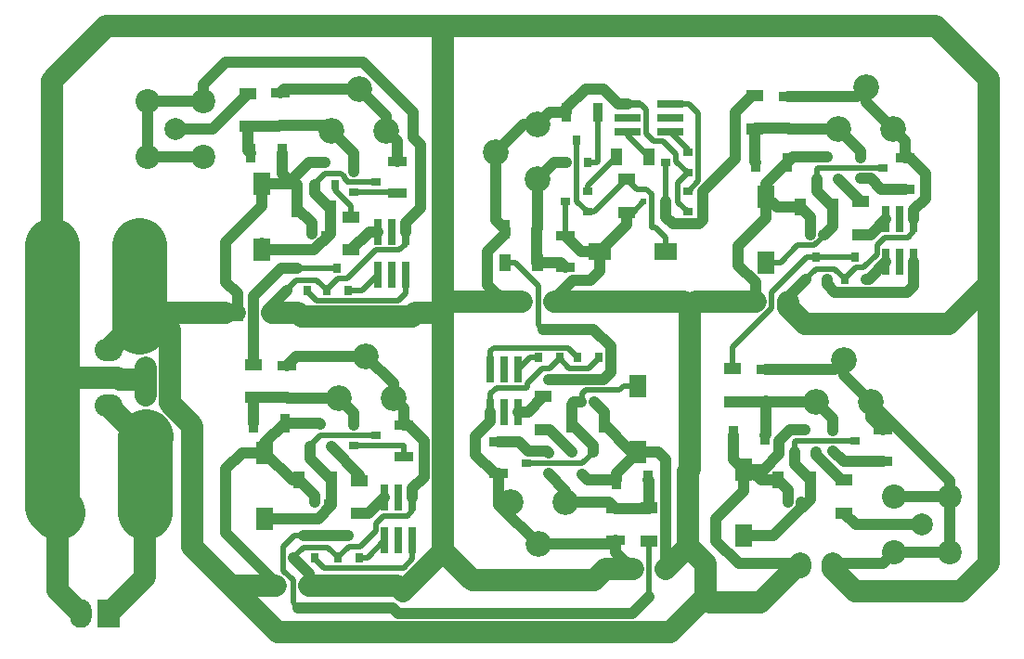
<source format=gbr>
G04 #@! TF.GenerationSoftware,KiCad,Pcbnew,5.0.2-bee76a0~70~ubuntu18.04.1*
G04 #@! TF.CreationDate,2020-04-26T17:32:35+02:00*
G04 #@! TF.ProjectId,ref_multiplier,7265665f-6d75-46c7-9469-706c6965722e,rev?*
G04 #@! TF.SameCoordinates,PX354a940PYa990340*
G04 #@! TF.FileFunction,Copper,L1,Top*
G04 #@! TF.FilePolarity,Positive*
%FSLAX46Y46*%
G04 Gerber Fmt 4.6, Leading zero omitted, Abs format (unit mm)*
G04 Created by KiCad (PCBNEW 5.0.2-bee76a0~70~ubuntu18.04.1) date sön 26 apr 2020 17:32:35*
%MOMM*%
%LPD*%
G01*
G04 APERTURE LIST*
G04 #@! TA.AperFunction,SMDPad,CuDef*
%ADD10R,1.600000X1.000000*%
G04 #@! TD*
G04 #@! TA.AperFunction,SMDPad,CuDef*
%ADD11R,4.000000X2.500000*%
G04 #@! TD*
G04 #@! TA.AperFunction,SMDPad,CuDef*
%ADD12R,1.000000X1.600000*%
G04 #@! TD*
G04 #@! TA.AperFunction,SMDPad,CuDef*
%ADD13R,1.600000X2.000000*%
G04 #@! TD*
G04 #@! TA.AperFunction,SMDPad,CuDef*
%ADD14R,2.000000X1.600000*%
G04 #@! TD*
G04 #@! TA.AperFunction,SMDPad,CuDef*
%ADD15R,0.800000X0.900000*%
G04 #@! TD*
G04 #@! TA.AperFunction,SMDPad,CuDef*
%ADD16R,0.900000X0.800000*%
G04 #@! TD*
G04 #@! TA.AperFunction,ComponentPad*
%ADD17C,2.200000*%
G04 #@! TD*
G04 #@! TA.AperFunction,ComponentPad*
%ADD18C,2.000000*%
G04 #@! TD*
G04 #@! TA.AperFunction,ComponentPad*
%ADD19O,2.000000X2.600000*%
G04 #@! TD*
G04 #@! TA.AperFunction,ComponentPad*
%ADD20R,2.000000X2.600000*%
G04 #@! TD*
G04 #@! TA.AperFunction,SMDPad,CuDef*
%ADD21R,0.600000X0.500000*%
G04 #@! TD*
G04 #@! TA.AperFunction,SMDPad,CuDef*
%ADD22R,0.500000X0.600000*%
G04 #@! TD*
G04 #@! TA.AperFunction,SMDPad,CuDef*
%ADD23R,0.900000X1.700000*%
G04 #@! TD*
G04 #@! TA.AperFunction,SMDPad,CuDef*
%ADD24R,1.700000X0.900000*%
G04 #@! TD*
G04 #@! TA.AperFunction,ComponentPad*
%ADD25C,2.340000*%
G04 #@! TD*
G04 #@! TA.AperFunction,ComponentPad*
%ADD26O,2.540000X2.032000*%
G04 #@! TD*
G04 #@! TA.AperFunction,SMDPad,CuDef*
%ADD27R,0.740000X2.400000*%
G04 #@! TD*
G04 #@! TA.AperFunction,SMDPad,CuDef*
%ADD28R,2.400000X0.740000*%
G04 #@! TD*
G04 #@! TA.AperFunction,Conductor*
%ADD29C,1.000000*%
G04 #@! TD*
G04 #@! TA.AperFunction,Conductor*
%ADD30C,0.500000*%
G04 #@! TD*
G04 #@! TA.AperFunction,Conductor*
%ADD31C,2.000000*%
G04 #@! TD*
G04 #@! TA.AperFunction,Conductor*
%ADD32C,5.000000*%
G04 #@! TD*
G04 #@! TA.AperFunction,Conductor*
%ADD33C,1.500000*%
G04 #@! TD*
G04 APERTURE END LIST*
D10*
G04 #@! TO.P,C1,1*
G04 #@! TO.N,Net-(C1-Pad1)*
X57912000Y15216000D03*
G04 #@! TO.P,C1,2*
G04 #@! TO.N,/40MHz*
X57912000Y12216000D03*
G04 #@! TD*
G04 #@! TO.P,C2,2*
G04 #@! TO.N,/10MHz*
X21336000Y53038000D03*
G04 #@! TO.P,C2,1*
G04 #@! TO.N,Net-(C2-Pad1)*
X21336000Y50038000D03*
G04 #@! TD*
D11*
G04 #@! TO.P,C3,2*
G04 #@! TO.N,GND*
X3937650Y14794629D03*
G04 #@! TO.P,C3,1*
G04 #@! TO.N,Net-(C3-Pad1)*
X11937650Y14794629D03*
G04 #@! TD*
D10*
G04 #@! TO.P,C4,2*
G04 #@! TO.N,/160MHz*
X67564000Y52808000D03*
G04 #@! TO.P,C4,1*
G04 #@! TO.N,Net-(C4-Pad1)*
X67564000Y49808000D03*
G04 #@! TD*
G04 #@! TO.P,C5,2*
G04 #@! TO.N,GND*
X12001650Y25462629D03*
G04 #@! TO.P,C5,1*
G04 #@! TO.N,Net-(C3-Pad1)*
X12001650Y22462629D03*
G04 #@! TD*
D12*
G04 #@! TO.P,C6,2*
G04 #@! TO.N,Net-(C6-Pad2)*
X50824000Y22860000D03*
G04 #@! TO.P,C6,1*
G04 #@! TO.N,+5V*
X53824000Y22860000D03*
G04 #@! TD*
G04 #@! TO.P,C7,2*
G04 #@! TO.N,Net-(C10-Pad2)*
X28805000Y42545000D03*
G04 #@! TO.P,C7,1*
G04 #@! TO.N,+5V*
X25805000Y42545000D03*
G04 #@! TD*
D13*
G04 #@! TO.P,C8,2*
G04 #@! TO.N,Net-(C6-Pad2)*
X56896000Y26368000D03*
G04 #@! TO.P,C8,1*
G04 #@! TO.N,+5V*
X56896000Y20368000D03*
G04 #@! TD*
D10*
G04 #@! TO.P,C9,1*
G04 #@! TO.N,+5V*
X12001650Y31050629D03*
G04 #@! TO.P,C9,2*
G04 #@! TO.N,GND*
X12001650Y28050629D03*
G04 #@! TD*
D13*
G04 #@! TO.P,C10,2*
G04 #@! TO.N,Net-(C10-Pad2)*
X22606000Y38783000D03*
G04 #@! TO.P,C10,1*
G04 #@! TO.N,+5V*
X22606000Y44783000D03*
G04 #@! TD*
D12*
G04 #@! TO.P,C11,1*
G04 #@! TO.N,+5V*
X71652000Y42672000D03*
G04 #@! TO.P,C11,2*
G04 #@! TO.N,Net-(C11-Pad2)*
X74652000Y42672000D03*
G04 #@! TD*
D11*
G04 #@! TO.P,C12,1*
G04 #@! TO.N,+5V*
X11429650Y39178629D03*
G04 #@! TO.P,C12,2*
G04 #@! TO.N,GND*
X3429650Y39178629D03*
G04 #@! TD*
D13*
G04 #@! TO.P,C13,1*
G04 #@! TO.N,+5V*
X68580000Y43640000D03*
G04 #@! TO.P,C13,2*
G04 #@! TO.N,Net-(C11-Pad2)*
X68580000Y37640000D03*
G04 #@! TD*
D10*
G04 #@! TO.P,C14,2*
G04 #@! TO.N,Net-(C14-Pad2)*
X48260000Y22376000D03*
G04 #@! TO.P,C14,1*
G04 #@! TO.N,Net-(C14-Pad1)*
X48260000Y25376000D03*
G04 #@! TD*
G04 #@! TO.P,C15,1*
G04 #@! TO.N,Net-(C15-Pad1)*
X30734000Y38759000D03*
G04 #@! TO.P,C15,2*
G04 #@! TO.N,Net-(C15-Pad2)*
X30734000Y41759000D03*
G04 #@! TD*
G04 #@! TO.P,C16,1*
G04 #@! TO.N,Net-(C16-Pad1)*
X77216000Y40156000D03*
G04 #@! TO.P,C16,2*
G04 #@! TO.N,Net-(C16-Pad2)*
X77216000Y43156000D03*
G04 #@! TD*
D12*
G04 #@! TO.P,C17,1*
G04 #@! TO.N,Net-(C17-Pad1)*
X47728000Y37592000D03*
G04 #@! TO.P,C17,2*
G04 #@! TO.N,/80MHz*
X44728000Y37592000D03*
G04 #@! TD*
D10*
G04 #@! TO.P,C18,2*
G04 #@! TO.N,/20MHz*
X21844000Y28297000D03*
G04 #@! TO.P,C18,1*
G04 #@! TO.N,Net-(C18-Pad1)*
X21844000Y25297000D03*
G04 #@! TD*
G04 #@! TO.P,C19,1*
G04 #@! TO.N,Net-(C19-Pad1)*
X65532000Y24916000D03*
G04 #@! TO.P,C19,2*
G04 #@! TO.N,/320MHz*
X65532000Y27916000D03*
G04 #@! TD*
G04 #@! TO.P,C20,1*
G04 #@! TO.N,+5V*
X55880000Y42188000D03*
G04 #@! TO.P,C20,2*
G04 #@! TO.N,Net-(C20-Pad2)*
X55880000Y45188000D03*
G04 #@! TD*
D12*
G04 #@! TO.P,C21,2*
G04 #@! TO.N,Net-(C21-Pad2)*
X28932000Y17780000D03*
G04 #@! TO.P,C21,1*
G04 #@! TO.N,+5V*
X25932000Y17780000D03*
G04 #@! TD*
D14*
G04 #@! TO.P,C22,1*
G04 #@! TO.N,+5V*
X53388000Y38608000D03*
G04 #@! TO.P,C22,2*
G04 #@! TO.N,Net-(C20-Pad2)*
X59388000Y38608000D03*
G04 #@! TD*
D13*
G04 #@! TO.P,C23,2*
G04 #@! TO.N,Net-(C21-Pad2)*
X22860000Y14272000D03*
G04 #@! TO.P,C23,1*
G04 #@! TO.N,+5V*
X22860000Y20272000D03*
G04 #@! TD*
D12*
G04 #@! TO.P,C24,2*
G04 #@! TO.N,Net-(C24-Pad2)*
X54888000Y47244000D03*
G04 #@! TO.P,C24,1*
G04 #@! TO.N,Net-(C24-Pad1)*
X57888000Y47244000D03*
G04 #@! TD*
G04 #@! TO.P,C25,1*
G04 #@! TO.N,+5V*
X69620000Y17780000D03*
G04 #@! TO.P,C25,2*
G04 #@! TO.N,Net-(C25-Pad2)*
X72620000Y17780000D03*
G04 #@! TD*
D10*
G04 #@! TO.P,C26,1*
G04 #@! TO.N,Net-(C26-Pad1)*
X31496000Y14732000D03*
G04 #@! TO.P,C26,2*
G04 #@! TO.N,Net-(C26-Pad2)*
X31496000Y17732000D03*
G04 #@! TD*
D13*
G04 #@! TO.P,C27,1*
G04 #@! TO.N,+5V*
X66548000Y18748000D03*
G04 #@! TO.P,C27,2*
G04 #@! TO.N,Net-(C25-Pad2)*
X66548000Y12748000D03*
G04 #@! TD*
D10*
G04 #@! TO.P,C28,2*
G04 #@! TO.N,Net-(C28-Pad2)*
X75692000Y17756000D03*
G04 #@! TO.P,C28,1*
G04 #@! TO.N,Net-(C28-Pad1)*
X75692000Y14756000D03*
G04 #@! TD*
D15*
G04 #@! TO.P,D1,3*
G04 #@! TO.N,/80MHz*
X48768000Y26940000D03*
G04 #@! TO.P,D1,2*
G04 #@! TO.N,Net-(D1-Pad2)*
X47818000Y28940000D03*
G04 #@! TO.P,D1,1*
G04 #@! TO.N,GND*
X49718000Y28940000D03*
G04 #@! TD*
G04 #@! TO.P,D2,1*
G04 #@! TO.N,GND*
X53274000Y28940000D03*
G04 #@! TO.P,D2,2*
G04 #@! TO.N,Net-(D2-Pad2)*
X51374000Y28940000D03*
G04 #@! TO.P,D2,3*
G04 #@! TO.N,/80MHz*
X52324000Y26940000D03*
G04 #@! TD*
G04 #@! TO.P,D3,3*
G04 #@! TO.N,/20MHz*
X29464000Y37068000D03*
G04 #@! TO.P,D3,2*
G04 #@! TO.N,Net-(D3-Pad2)*
X30414000Y35068000D03*
G04 #@! TO.P,D3,1*
G04 #@! TO.N,GND*
X28514000Y35068000D03*
G04 #@! TD*
G04 #@! TO.P,D4,1*
G04 #@! TO.N,GND*
X24831000Y35068000D03*
G04 #@! TO.P,D4,2*
G04 #@! TO.N,Net-(D4-Pad2)*
X26731000Y35068000D03*
G04 #@! TO.P,D4,3*
G04 #@! TO.N,/20MHz*
X25781000Y37068000D03*
G04 #@! TD*
G04 #@! TO.P,D5,3*
G04 #@! TO.N,/320MHz*
X76708000Y38084000D03*
G04 #@! TO.P,D5,2*
G04 #@! TO.N,Net-(D5-Pad2)*
X77658000Y36084000D03*
G04 #@! TO.P,D5,1*
G04 #@! TO.N,GND*
X75758000Y36084000D03*
G04 #@! TD*
G04 #@! TO.P,D6,1*
G04 #@! TO.N,GND*
X72202000Y36084000D03*
G04 #@! TO.P,D6,2*
G04 #@! TO.N,Net-(D6-Pad2)*
X74102000Y36084000D03*
G04 #@! TO.P,D6,3*
G04 #@! TO.N,/320MHz*
X73152000Y38084000D03*
G04 #@! TD*
D16*
G04 #@! TO.P,D7,3*
G04 #@! TO.N,/160MHz*
X59452000Y46736000D03*
G04 #@! TO.P,D7,2*
G04 #@! TO.N,Net-(D7-Pad2)*
X61452000Y47686000D03*
G04 #@! TO.P,D7,1*
G04 #@! TO.N,GND*
X61452000Y45786000D03*
G04 #@! TD*
G04 #@! TO.P,D8,3*
G04 #@! TO.N,/160MHz*
X59452000Y43180000D03*
G04 #@! TO.P,D8,2*
G04 #@! TO.N,Net-(D8-Pad2)*
X61452000Y44130000D03*
G04 #@! TO.P,D8,1*
G04 #@! TO.N,GND*
X61452000Y42230000D03*
G04 #@! TD*
D15*
G04 #@! TO.P,D9,1*
G04 #@! TO.N,GND*
X29530000Y10684000D03*
G04 #@! TO.P,D9,2*
G04 #@! TO.N,Net-(D9-Pad2)*
X31430000Y10684000D03*
G04 #@! TO.P,D9,3*
G04 #@! TO.N,/40MHz*
X30480000Y12684000D03*
G04 #@! TD*
G04 #@! TO.P,D10,3*
G04 #@! TO.N,/40MHz*
X26416000Y12684000D03*
G04 #@! TO.P,D10,2*
G04 #@! TO.N,Net-(D10-Pad2)*
X27366000Y10684000D03*
G04 #@! TO.P,D10,1*
G04 #@! TO.N,GND*
X25466000Y10684000D03*
G04 #@! TD*
D17*
G04 #@! TO.P,J1,2*
G04 #@! TO.N,GND*
X12192000Y47244000D03*
X12192000Y52324000D03*
X17272000Y52324000D03*
X17272000Y47244000D03*
D18*
G04 #@! TO.P,J1,1*
G04 #@! TO.N,/10MHz*
X14732000Y49784000D03*
G04 #@! TD*
D19*
G04 #@! TO.P,J2,2*
G04 #@! TO.N,GND*
X6096000Y5588000D03*
D20*
G04 #@! TO.P,J2,1*
G04 #@! TO.N,Net-(C3-Pad1)*
X8636000Y5588000D03*
G04 #@! TD*
D18*
G04 #@! TO.P,J3,1*
G04 #@! TO.N,Net-(C28-Pad1)*
X82804000Y13716000D03*
D17*
G04 #@! TO.P,J3,2*
G04 #@! TO.N,GND*
X80264000Y11176000D03*
X85344000Y11176000D03*
X85344000Y16256000D03*
X80264000Y16256000D03*
G04 #@! TD*
D21*
G04 #@! TO.P,L1,2*
G04 #@! TO.N,Net-(C6-Pad2)*
X51774000Y24892000D03*
G04 #@! TO.P,L1,1*
G04 #@! TO.N,+5V*
X52874000Y24892000D03*
G04 #@! TD*
G04 #@! TO.P,L2,1*
G04 #@! TO.N,+5V*
X27136000Y40259000D03*
G04 #@! TO.P,L2,2*
G04 #@! TO.N,Net-(C10-Pad2)*
X28236000Y40259000D03*
G04 #@! TD*
G04 #@! TO.P,L3,1*
G04 #@! TO.N,+5V*
X72602000Y40132000D03*
G04 #@! TO.P,L3,2*
G04 #@! TO.N,Net-(C11-Pad2)*
X73702000Y40132000D03*
G04 #@! TD*
D22*
G04 #@! TO.P,L4,2*
G04 #@! TO.N,Net-(C20-Pad2)*
X57404000Y44280000D03*
G04 #@! TO.P,L4,1*
G04 #@! TO.N,+5V*
X57404000Y43180000D03*
G04 #@! TD*
D21*
G04 #@! TO.P,L5,2*
G04 #@! TO.N,Net-(C21-Pad2)*
X28490000Y15748000D03*
G04 #@! TO.P,L5,1*
G04 #@! TO.N,+5V*
X27390000Y15748000D03*
G04 #@! TD*
G04 #@! TO.P,L6,1*
G04 #@! TO.N,+5V*
X70570000Y15748000D03*
G04 #@! TO.P,L6,2*
G04 #@! TO.N,Net-(C25-Pad2)*
X71670000Y15748000D03*
G04 #@! TD*
D16*
G04 #@! TO.P,Q1,1*
G04 #@! TO.N,Net-(C1-Pad1)*
X48752000Y18354000D03*
G04 #@! TO.P,Q1,2*
G04 #@! TO.N,Net-(Q1-Pad2)*
X48752000Y20254000D03*
G04 #@! TO.P,Q1,3*
G04 #@! TO.N,Net-(C6-Pad2)*
X46752000Y19304000D03*
G04 #@! TD*
G04 #@! TO.P,Q2,1*
G04 #@! TO.N,Net-(C2-Pad1)*
X31004000Y45908000D03*
G04 #@! TO.P,Q2,2*
G04 #@! TO.N,Net-(Q2-Pad2)*
X31004000Y44008000D03*
G04 #@! TO.P,Q2,3*
G04 #@! TO.N,Net-(C10-Pad2)*
X33004000Y44958000D03*
G04 #@! TD*
G04 #@! TO.P,Q3,3*
G04 #@! TO.N,Net-(C11-Pad2)*
X79232000Y46228000D03*
G04 #@! TO.P,Q3,2*
G04 #@! TO.N,Net-(Q3-Pad2)*
X77232000Y45278000D03*
G04 #@! TO.P,Q3,1*
G04 #@! TO.N,Net-(C4-Pad1)*
X77232000Y47178000D03*
G04 #@! TD*
D15*
G04 #@! TO.P,Q4,3*
G04 #@! TO.N,+5V*
X51816000Y18304000D03*
G04 #@! TO.P,Q4,2*
G04 #@! TO.N,Net-(C14-Pad2)*
X50866000Y20304000D03*
G04 #@! TO.P,Q4,1*
G04 #@! TO.N,Net-(C6-Pad2)*
X52766000Y20304000D03*
G04 #@! TD*
G04 #@! TO.P,Q5,3*
G04 #@! TO.N,+5V*
X28321000Y46720000D03*
G04 #@! TO.P,Q5,2*
G04 #@! TO.N,Net-(C15-Pad2)*
X29271000Y44720000D03*
G04 #@! TO.P,Q5,1*
G04 #@! TO.N,Net-(C10-Pad2)*
X27371000Y44720000D03*
G04 #@! TD*
G04 #@! TO.P,Q6,1*
G04 #@! TO.N,Net-(C11-Pad2)*
X73218000Y45228000D03*
G04 #@! TO.P,Q6,2*
G04 #@! TO.N,Net-(C16-Pad2)*
X75118000Y45228000D03*
G04 #@! TO.P,Q6,3*
G04 #@! TO.N,+5V*
X74168000Y47228000D03*
G04 #@! TD*
G04 #@! TO.P,Q7,3*
G04 #@! TO.N,Net-(C20-Pad2)*
X51308000Y48752000D03*
G04 #@! TO.P,Q7,2*
G04 #@! TO.N,Net-(Q7-Pad2)*
X52258000Y46752000D03*
G04 #@! TO.P,Q7,1*
G04 #@! TO.N,Net-(C17-Pad1)*
X50358000Y46752000D03*
G04 #@! TD*
D16*
G04 #@! TO.P,Q8,3*
G04 #@! TO.N,Net-(C21-Pad2)*
X33004000Y21844000D03*
G04 #@! TO.P,Q8,2*
G04 #@! TO.N,Net-(Q8-Pad2)*
X31004000Y20894000D03*
G04 #@! TO.P,Q8,1*
G04 #@! TO.N,Net-(C18-Pad1)*
X31004000Y22794000D03*
G04 #@! TD*
G04 #@! TO.P,Q9,1*
G04 #@! TO.N,Net-(C20-Pad2)*
X52308000Y42230000D03*
G04 #@! TO.P,Q9,2*
G04 #@! TO.N,Net-(C24-Pad2)*
X52308000Y44130000D03*
G04 #@! TO.P,Q9,3*
G04 #@! TO.N,+5V*
X50308000Y43180000D03*
G04 #@! TD*
G04 #@! TO.P,Q10,1*
G04 #@! TO.N,Net-(C19-Pad1)*
X74692000Y22286000D03*
G04 #@! TO.P,Q10,2*
G04 #@! TO.N,Net-(Q10-Pad2)*
X74692000Y20386000D03*
G04 #@! TO.P,Q10,3*
G04 #@! TO.N,Net-(C25-Pad2)*
X76692000Y21336000D03*
G04 #@! TD*
D15*
G04 #@! TO.P,Q11,1*
G04 #@! TO.N,Net-(C21-Pad2)*
X26990000Y20844000D03*
G04 #@! TO.P,Q11,2*
G04 #@! TO.N,Net-(C26-Pad2)*
X28890000Y20844000D03*
G04 #@! TO.P,Q11,3*
G04 #@! TO.N,+5V*
X27940000Y22844000D03*
G04 #@! TD*
G04 #@! TO.P,Q12,1*
G04 #@! TO.N,Net-(C25-Pad2)*
X71186000Y20336000D03*
G04 #@! TO.P,Q12,2*
G04 #@! TO.N,Net-(C28-Pad2)*
X73086000Y20336000D03*
G04 #@! TO.P,Q12,3*
G04 #@! TO.N,+5V*
X72136000Y22336000D03*
G04 #@! TD*
D23*
G04 #@! TO.P,R1,1*
G04 #@! TO.N,+5V*
X54938000Y17780000D03*
G04 #@! TO.P,R1,2*
G04 #@! TO.N,Net-(C1-Pad1)*
X57838000Y17780000D03*
G04 #@! TD*
D24*
G04 #@! TO.P,R2,2*
G04 #@! TO.N,GND*
X54864000Y12266000D03*
G04 #@! TO.P,R2,1*
G04 #@! TO.N,Net-(C1-Pad1)*
X54864000Y15166000D03*
G04 #@! TD*
D23*
G04 #@! TO.P,R3,1*
G04 #@! TO.N,+5V*
X24437000Y47625000D03*
G04 #@! TO.P,R3,2*
G04 #@! TO.N,Net-(C2-Pad1)*
X21537000Y47625000D03*
G04 #@! TD*
D24*
G04 #@! TO.P,R4,2*
G04 #@! TO.N,Net-(R4-Pad2)*
X24257000Y53065000D03*
G04 #@! TO.P,R4,1*
G04 #@! TO.N,Net-(C2-Pad1)*
X24257000Y50165000D03*
G04 #@! TD*
D23*
G04 #@! TO.P,R5,2*
G04 #@! TO.N,Net-(C4-Pad1)*
X67638000Y46736000D03*
G04 #@! TO.P,R5,1*
G04 #@! TO.N,+5V*
X70538000Y46736000D03*
G04 #@! TD*
D24*
G04 #@! TO.P,R6,2*
G04 #@! TO.N,GND*
X70612000Y52758000D03*
G04 #@! TO.P,R6,1*
G04 #@! TO.N,Net-(C4-Pad1)*
X70612000Y49858000D03*
G04 #@! TD*
G04 #@! TO.P,R7,2*
G04 #@! TO.N,GND*
X44196000Y18362000D03*
G04 #@! TO.P,R7,1*
G04 #@! TO.N,Net-(Q1-Pad2)*
X44196000Y21262000D03*
G04 #@! TD*
G04 #@! TO.P,R8,2*
G04 #@! TO.N,Net-(R4-Pad2)*
X34925000Y46842000D03*
G04 #@! TO.P,R8,1*
G04 #@! TO.N,Net-(Q2-Pad2)*
X34925000Y43942000D03*
G04 #@! TD*
G04 #@! TO.P,R9,1*
G04 #@! TO.N,Net-(Q3-Pad2)*
X81280000Y44270000D03*
G04 #@! TO.P,R9,2*
G04 #@! TO.N,GND*
X81280000Y47170000D03*
G04 #@! TD*
G04 #@! TO.P,R10,1*
G04 #@! TO.N,+5V*
X50292000Y40058000D03*
G04 #@! TO.P,R10,2*
G04 #@! TO.N,Net-(C17-Pad1)*
X50292000Y37158000D03*
G04 #@! TD*
D23*
G04 #@! TO.P,R11,2*
G04 #@! TO.N,GND*
X44778000Y40640000D03*
G04 #@! TO.P,R11,1*
G04 #@! TO.N,Net-(C17-Pad1)*
X47678000Y40640000D03*
G04 #@! TD*
G04 #@! TO.P,R12,2*
G04 #@! TO.N,Net-(C18-Pad1)*
X21791000Y22987000D03*
G04 #@! TO.P,R12,1*
G04 #@! TO.N,+5V*
X24691000Y22987000D03*
G04 #@! TD*
D24*
G04 #@! TO.P,R13,1*
G04 #@! TO.N,Net-(C18-Pad1)*
X24892000Y25347000D03*
G04 #@! TO.P,R13,2*
G04 #@! TO.N,GND*
X24892000Y28247000D03*
G04 #@! TD*
D23*
G04 #@! TO.P,R14,1*
G04 #@! TO.N,Net-(Q7-Pad2)*
X53266000Y51308000D03*
G04 #@! TO.P,R14,2*
G04 #@! TO.N,GND*
X50366000Y51308000D03*
G04 #@! TD*
D24*
G04 #@! TO.P,R15,1*
G04 #@! TO.N,Net-(Q8-Pad2)*
X35560000Y19886000D03*
G04 #@! TO.P,R15,2*
G04 #@! TO.N,GND*
X35560000Y22786000D03*
G04 #@! TD*
D23*
G04 #@! TO.P,R16,2*
G04 #@! TO.N,Net-(C19-Pad1)*
X68506000Y21844000D03*
G04 #@! TO.P,R16,1*
G04 #@! TO.N,+5V*
X65606000Y21844000D03*
G04 #@! TD*
D24*
G04 #@! TO.P,R17,1*
G04 #@! TO.N,Net-(C19-Pad1)*
X68580000Y24966000D03*
G04 #@! TO.P,R17,2*
G04 #@! TO.N,GND*
X68580000Y27866000D03*
G04 #@! TD*
G04 #@! TO.P,R18,1*
G04 #@! TO.N,Net-(Q10-Pad2)*
X79248000Y19452000D03*
G04 #@! TO.P,R18,2*
G04 #@! TO.N,GND*
X79248000Y22352000D03*
G04 #@! TD*
D25*
G04 #@! TO.P,RV1,3*
G04 #@! TO.N,GND*
X45292000Y15748000D03*
G04 #@! TO.P,RV1,2*
X47792000Y11948000D03*
G04 #@! TO.P,RV1,1*
G04 #@! TO.N,Net-(C1-Pad1)*
X50292000Y15748000D03*
G04 #@! TD*
G04 #@! TO.P,RV2,1*
G04 #@! TO.N,Net-(C2-Pad1)*
X28956000Y49657000D03*
G04 #@! TO.P,RV2,2*
G04 #@! TO.N,Net-(R4-Pad2)*
X31456000Y53457000D03*
G04 #@! TO.P,RV2,3*
X33956000Y49657000D03*
G04 #@! TD*
G04 #@! TO.P,RV3,1*
G04 #@! TO.N,Net-(C4-Pad1)*
X75184000Y49784000D03*
G04 #@! TO.P,RV3,2*
G04 #@! TO.N,GND*
X77684000Y53584000D03*
G04 #@! TO.P,RV3,3*
X80184000Y49784000D03*
G04 #@! TD*
G04 #@! TO.P,RV4,3*
G04 #@! TO.N,GND*
X47752000Y50212000D03*
G04 #@! TO.P,RV4,2*
X43952000Y47712000D03*
G04 #@! TO.P,RV4,1*
G04 #@! TO.N,Net-(C17-Pad1)*
X47752000Y45212000D03*
G04 #@! TD*
G04 #@! TO.P,RV5,1*
G04 #@! TO.N,Net-(C18-Pad1)*
X29591000Y25273000D03*
G04 #@! TO.P,RV5,2*
G04 #@! TO.N,GND*
X32091000Y29073000D03*
G04 #@! TO.P,RV5,3*
X34591000Y25273000D03*
G04 #@! TD*
G04 #@! TO.P,RV6,3*
G04 #@! TO.N,GND*
X78152000Y24892000D03*
G04 #@! TO.P,RV6,2*
X75652000Y28692000D03*
G04 #@! TO.P,RV6,1*
G04 #@! TO.N,Net-(C19-Pad1)*
X73152000Y24892000D03*
G04 #@! TD*
D26*
G04 #@! TO.P,U1,1*
G04 #@! TO.N,Net-(C3-Pad1)*
X8572650Y24573629D03*
G04 #@! TO.P,U1,3*
G04 #@! TO.N,+5V*
X8572650Y29653629D03*
G04 #@! TO.P,U1,2*
G04 #@! TO.N,GND*
X8572650Y27113629D03*
G04 #@! TD*
D27*
G04 #@! TO.P,TR1,4*
G04 #@! TO.N,Net-(D1-Pad2)*
X45974000Y27858000D03*
G04 #@! TO.P,TR1,3*
G04 #@! TO.N,Net-(C14-Pad1)*
X45974000Y23958000D03*
G04 #@! TO.P,TR1,5*
G04 #@! TO.N,Net-(TR1-Pad5)*
X44704000Y27858000D03*
G04 #@! TO.P,TR1,2*
G04 #@! TO.N,N/C*
X44704000Y23958000D03*
G04 #@! TO.P,TR1,6*
G04 #@! TO.N,Net-(D2-Pad2)*
X43434000Y27858000D03*
G04 #@! TO.P,TR1,1*
G04 #@! TO.N,GND*
X43434000Y23958000D03*
G04 #@! TD*
G04 #@! TO.P,TR2,1*
G04 #@! TO.N,GND*
X35687000Y40431000D03*
G04 #@! TO.P,TR2,6*
G04 #@! TO.N,Net-(D4-Pad2)*
X35687000Y36531000D03*
G04 #@! TO.P,TR2,2*
G04 #@! TO.N,N/C*
X34417000Y40431000D03*
G04 #@! TO.P,TR2,5*
G04 #@! TO.N,Net-(TR2-Pad5)*
X34417000Y36531000D03*
G04 #@! TO.P,TR2,3*
G04 #@! TO.N,Net-(C15-Pad1)*
X33147000Y40431000D03*
G04 #@! TO.P,TR2,4*
G04 #@! TO.N,Net-(D3-Pad2)*
X33147000Y36531000D03*
G04 #@! TD*
G04 #@! TO.P,TR3,1*
G04 #@! TO.N,GND*
X82042000Y41574000D03*
G04 #@! TO.P,TR3,6*
G04 #@! TO.N,Net-(D6-Pad2)*
X82042000Y37674000D03*
G04 #@! TO.P,TR3,2*
G04 #@! TO.N,N/C*
X80772000Y41574000D03*
G04 #@! TO.P,TR3,5*
G04 #@! TO.N,Net-(TR3-Pad5)*
X80772000Y37674000D03*
G04 #@! TO.P,TR3,3*
G04 #@! TO.N,Net-(C16-Pad1)*
X79502000Y41574000D03*
G04 #@! TO.P,TR3,4*
G04 #@! TO.N,Net-(D5-Pad2)*
X79502000Y37674000D03*
G04 #@! TD*
D28*
G04 #@! TO.P,TR4,4*
G04 #@! TO.N,Net-(D7-Pad2)*
X59862000Y49530000D03*
G04 #@! TO.P,TR4,3*
G04 #@! TO.N,Net-(C24-Pad1)*
X55962000Y49530000D03*
G04 #@! TO.P,TR4,5*
G04 #@! TO.N,Net-(TR4-Pad5)*
X59862000Y50800000D03*
G04 #@! TO.P,TR4,2*
G04 #@! TO.N,N/C*
X55962000Y50800000D03*
G04 #@! TO.P,TR4,6*
G04 #@! TO.N,Net-(D8-Pad2)*
X59862000Y52070000D03*
G04 #@! TO.P,TR4,1*
G04 #@! TO.N,GND*
X55962000Y52070000D03*
G04 #@! TD*
D27*
G04 #@! TO.P,TR5,1*
G04 #@! TO.N,GND*
X36322000Y16174000D03*
G04 #@! TO.P,TR5,6*
G04 #@! TO.N,Net-(D10-Pad2)*
X36322000Y12274000D03*
G04 #@! TO.P,TR5,2*
G04 #@! TO.N,N/C*
X35052000Y16174000D03*
G04 #@! TO.P,TR5,5*
G04 #@! TO.N,Net-(TR5-Pad5)*
X35052000Y12274000D03*
G04 #@! TO.P,TR5,3*
G04 #@! TO.N,Net-(C26-Pad1)*
X33782000Y16174000D03*
G04 #@! TO.P,TR5,4*
G04 #@! TO.N,Net-(D9-Pad2)*
X33782000Y12274000D03*
G04 #@! TD*
D12*
G04 #@! TO.P,C29,1*
G04 #@! TO.N,+5V*
X71652000Y10160000D03*
G04 #@! TO.P,C29,2*
G04 #@! TO.N,GND*
X74652000Y10160000D03*
G04 #@! TD*
G04 #@! TO.P,C30,2*
G04 #@! TO.N,GND*
X26876000Y8128000D03*
G04 #@! TO.P,C30,1*
G04 #@! TO.N,+5V*
X23876000Y8128000D03*
G04 #@! TD*
G04 #@! TO.P,C31,2*
G04 #@! TO.N,GND*
X70588000Y34036000D03*
G04 #@! TO.P,C31,1*
G04 #@! TO.N,+5V*
X67588000Y34036000D03*
G04 #@! TD*
G04 #@! TO.P,C32,2*
G04 #@! TO.N,GND*
X46252000Y34036000D03*
G04 #@! TO.P,C32,1*
G04 #@! TO.N,+5V*
X49252000Y34036000D03*
G04 #@! TD*
G04 #@! TO.P,C33,1*
G04 #@! TO.N,+5V*
X59412000Y9652000D03*
G04 #@! TO.P,C33,2*
G04 #@! TO.N,GND*
X56412000Y9652000D03*
G04 #@! TD*
G04 #@! TO.P,C34,1*
G04 #@! TO.N,+5V*
X20344000Y33020000D03*
G04 #@! TO.P,C34,2*
G04 #@! TO.N,GND*
X23344000Y33020000D03*
G04 #@! TD*
D29*
G04 #@! TO.N,Net-(C1-Pad1)*
X50292000Y16814000D02*
X48752000Y18354000D01*
X50292000Y15748000D02*
X50292000Y16814000D01*
X54282000Y15748000D02*
X54864000Y15166000D01*
X50292000Y15748000D02*
X54282000Y15748000D01*
X57862000Y15166000D02*
X57912000Y15216000D01*
X54864000Y15166000D02*
X57862000Y15166000D01*
X57912000Y17706000D02*
X57838000Y17780000D01*
X57912000Y15216000D02*
X57912000Y17706000D01*
G04 #@! TO.N,/40MHz*
X30480000Y12684000D02*
X26416000Y12684000D01*
D30*
X57912000Y12216000D02*
X57912000Y7112000D01*
X25425990Y8628633D02*
X25425990Y6578010D01*
X24515991Y9538632D02*
X25425990Y8628633D01*
X24515991Y11683991D02*
X24515991Y9538632D01*
X26416000Y12684000D02*
X25516000Y12684000D01*
X25516000Y12684000D02*
X24515991Y11683991D01*
X25425990Y6578010D02*
X25908000Y6096000D01*
D29*
X34538447Y6096000D02*
X35046447Y5588000D01*
X25908000Y6096000D02*
X34538447Y6096000D01*
X56388000Y5588000D02*
X57912000Y7112000D01*
X35046447Y5588000D02*
X56388000Y5588000D01*
G04 #@! TO.N,/10MHz*
X18082000Y49784000D02*
X21336000Y53038000D01*
X14732000Y49784000D02*
X18082000Y49784000D01*
G04 #@! TO.N,Net-(C2-Pad1)*
X21336000Y47826000D02*
X21537000Y47625000D01*
X21336000Y50038000D02*
X21336000Y47826000D01*
X24130000Y50038000D02*
X24257000Y50165000D01*
X21336000Y50038000D02*
X24130000Y50038000D01*
X28448000Y50165000D02*
X28956000Y49657000D01*
X24257000Y50165000D02*
X28448000Y50165000D01*
X31004000Y47609000D02*
X31004000Y45908000D01*
X28956000Y49657000D02*
X31004000Y47609000D01*
D30*
G04 #@! TO.N,GND*
X24831000Y35118000D02*
X24831000Y35068000D01*
X25731000Y36018000D02*
X24831000Y35118000D01*
X27614000Y36018000D02*
X25731000Y36018000D01*
X28514000Y35118000D02*
X27614000Y36018000D01*
X35687000Y39320998D02*
X35687000Y40431000D01*
X35147001Y38780999D02*
X35687000Y39320998D01*
X33016997Y38780999D02*
X35147001Y38780999D01*
X30403997Y36167999D02*
X33016997Y38780999D01*
X29563999Y36167999D02*
X30403997Y36167999D01*
X28514000Y35118000D02*
X29563999Y36167999D01*
X28514000Y35068000D02*
X28514000Y35118000D01*
D29*
X35560000Y24304000D02*
X34591000Y25273000D01*
X35560000Y22786000D02*
X35560000Y24304000D01*
X34591000Y26573000D02*
X32091000Y29073000D01*
X34591000Y25273000D02*
X34591000Y26573000D01*
X35960000Y22786000D02*
X35560000Y22786000D01*
X37410000Y21336000D02*
X35960000Y22786000D01*
X37410000Y18092000D02*
X37410000Y21336000D01*
X36322000Y17004000D02*
X37410000Y18092000D01*
X36322000Y16174000D02*
X36322000Y17004000D01*
X25718000Y29073000D02*
X24892000Y28247000D01*
X32091000Y29073000D02*
X25718000Y29073000D01*
D30*
X25466000Y10734000D02*
X25466000Y10684000D01*
X26366000Y11634000D02*
X25466000Y10734000D01*
X28630000Y11634000D02*
X26366000Y11634000D01*
X29530000Y10734000D02*
X28630000Y11634000D01*
X36322000Y14986000D02*
X36322000Y16174000D01*
X35859999Y14523999D02*
X36322000Y14986000D01*
X33651997Y14523999D02*
X35859999Y14523999D01*
X32961999Y13834001D02*
X33651997Y14523999D01*
X32961999Y13149999D02*
X32961999Y13834001D01*
X31545990Y11733990D02*
X32961999Y13149999D01*
X30529990Y11733990D02*
X31545990Y11733990D01*
X29530000Y10734000D02*
X30529990Y11733990D01*
X29530000Y10684000D02*
X29530000Y10734000D01*
D29*
X44196000Y15544000D02*
X47792000Y11948000D01*
X44196000Y18362000D02*
X44196000Y15544000D01*
X44400000Y15748000D02*
X44196000Y15544000D01*
X45292000Y15748000D02*
X44400000Y15748000D01*
X54546000Y11948000D02*
X54864000Y12266000D01*
X47792000Y11948000D02*
X54546000Y11948000D01*
X43796000Y18362000D02*
X44196000Y18362000D01*
X42064000Y20094000D02*
X43796000Y18362000D01*
X42064000Y21758000D02*
X42064000Y20094000D01*
X43434000Y23128000D02*
X42064000Y21758000D01*
X43434000Y23958000D02*
X43434000Y23128000D01*
D30*
X53274000Y28890000D02*
X53274000Y28940000D01*
X49718000Y28890000D02*
X50618000Y27990000D01*
X52374000Y27990000D02*
X53274000Y28890000D01*
X50618000Y27990000D02*
X52374000Y27990000D01*
X49718000Y28890000D02*
X49718000Y28940000D01*
X48818000Y27990000D02*
X49718000Y28890000D01*
X48157998Y27990000D02*
X48818000Y27990000D01*
X46794001Y26626003D02*
X48157998Y27990000D01*
X46794001Y26297999D02*
X46794001Y26626003D01*
X46704001Y26207999D02*
X46794001Y26297999D01*
X43983999Y26207999D02*
X46704001Y26207999D01*
X43434000Y25658000D02*
X43983999Y26207999D01*
X43434000Y23958000D02*
X43434000Y25658000D01*
D29*
X48848000Y51308000D02*
X47752000Y50212000D01*
X50366000Y51308000D02*
X48848000Y51308000D01*
X46452000Y50212000D02*
X43952000Y47712000D01*
X47752000Y50212000D02*
X46452000Y50212000D01*
X55132000Y52070000D02*
X55962000Y52070000D01*
X53762000Y53440000D02*
X55132000Y52070000D01*
X52098000Y53440000D02*
X53762000Y53440000D01*
X50366000Y51708000D02*
X52098000Y53440000D01*
X50366000Y51308000D02*
X50366000Y51708000D01*
X43952000Y41466000D02*
X44778000Y40640000D01*
X43952000Y47712000D02*
X43952000Y41466000D01*
D30*
X60502000Y44886000D02*
X61402000Y45786000D01*
X60502000Y43130000D02*
X60502000Y44886000D01*
X61402000Y42230000D02*
X60502000Y43130000D01*
X61452000Y42230000D02*
X61402000Y42230000D01*
X57150000Y52070000D02*
X55962000Y52070000D01*
X57612001Y51607999D02*
X57150000Y52070000D01*
X57612001Y49399997D02*
X57612001Y51607999D01*
X58301999Y48709999D02*
X57612001Y49399997D01*
X59138003Y48709999D02*
X58301999Y48709999D01*
X60352001Y47496001D02*
X59138003Y48709999D01*
X60352001Y46835999D02*
X60352001Y47496001D01*
X61402000Y45786000D02*
X60352001Y46835999D01*
X61452000Y45786000D02*
X61402000Y45786000D01*
D29*
X76858000Y52758000D02*
X77684000Y53584000D01*
X70612000Y52758000D02*
X76858000Y52758000D01*
X77684000Y52284000D02*
X80184000Y49784000D01*
X77684000Y53584000D02*
X77684000Y52284000D01*
X81280000Y48688000D02*
X80184000Y49784000D01*
X81280000Y47170000D02*
X81280000Y48688000D01*
X81680000Y47170000D02*
X81280000Y47170000D01*
X83130000Y45720000D02*
X81680000Y47170000D01*
X83130000Y43492000D02*
X83130000Y45720000D01*
X82042000Y42404000D02*
X83130000Y43492000D01*
X82042000Y41574000D02*
X82042000Y42404000D01*
D30*
X74857990Y37034010D02*
X75758000Y36134000D01*
X73102010Y37034010D02*
X74857990Y37034010D01*
X72202000Y36134000D02*
X73102010Y37034010D01*
X72202000Y36084000D02*
X72202000Y36134000D01*
X82042000Y40463998D02*
X82042000Y41574000D01*
X81502001Y39923999D02*
X82042000Y40463998D01*
X79371997Y39923999D02*
X81502001Y39923999D01*
X78681999Y39234001D02*
X79371997Y39923999D01*
X78681999Y38397997D02*
X78681999Y39234001D01*
X77468001Y37183999D02*
X78681999Y38397997D01*
X76807999Y37183999D02*
X77468001Y37183999D01*
X75758000Y36134000D02*
X76807999Y37183999D01*
X75758000Y36084000D02*
X75758000Y36134000D01*
D29*
X74826000Y27866000D02*
X75652000Y28692000D01*
X68580000Y27866000D02*
X74826000Y27866000D01*
X75652000Y27392000D02*
X78152000Y24892000D01*
X75652000Y28692000D02*
X75652000Y27392000D01*
X78152000Y23448000D02*
X79248000Y22352000D01*
X78152000Y24892000D02*
X78152000Y23448000D01*
D31*
X9420561Y27113629D02*
X9610190Y26924000D01*
X9610190Y26924000D02*
X12001650Y26924000D01*
X8572650Y27113629D02*
X9420561Y27113629D01*
X12001650Y28050629D02*
X12001650Y26924000D01*
X12001650Y26924000D02*
X12001650Y25462629D01*
D32*
X3429650Y15302629D02*
X3937650Y14794629D01*
D31*
X3748021Y27113629D02*
X3429650Y27432000D01*
D32*
X3429650Y39178629D02*
X3429650Y27432000D01*
D31*
X8572650Y27113629D02*
X3748021Y27113629D01*
D32*
X3429650Y27432000D02*
X3429650Y15302629D01*
D31*
X30988000Y59176990D02*
X39116000Y59176990D01*
X39116000Y21924000D02*
X39116000Y30988000D01*
X39116000Y29798000D02*
X39116000Y30988000D01*
X8376990Y59176990D02*
X30988000Y59176990D01*
X3429650Y39178629D02*
X3429650Y54229650D01*
X3429650Y54229650D02*
X8376990Y59176990D01*
D29*
X80264000Y16256000D02*
X85344000Y16256000D01*
X85344000Y16256000D02*
X85344000Y11176000D01*
X85344000Y11176000D02*
X80264000Y11176000D01*
X85344000Y17700000D02*
X85344000Y16256000D01*
X78152000Y24892000D02*
X85344000Y17700000D01*
D31*
X3937650Y7746350D02*
X6096000Y5588000D01*
X3937650Y14794629D02*
X3937650Y7746350D01*
D29*
X17272000Y47244000D02*
X12192000Y47244000D01*
X12192000Y47244000D02*
X12192000Y52324000D01*
X12192000Y52324000D02*
X17272000Y52324000D01*
D31*
X25908000Y33020000D02*
X23544010Y33020000D01*
X26210011Y32717989D02*
X25908000Y33020000D01*
X36273989Y32717989D02*
X26210011Y32717989D01*
X36576000Y33020000D02*
X36273989Y32717989D01*
X39116000Y33020000D02*
X36576000Y33020000D01*
X39116000Y30988000D02*
X39116000Y33020000D01*
D29*
X23344000Y33581000D02*
X24831000Y35068000D01*
X23344000Y33020000D02*
X23344000Y33581000D01*
D31*
X39116000Y33020000D02*
X39116000Y34036000D01*
X39116000Y34036000D02*
X39116000Y59176990D01*
X46252000Y34036000D02*
X39116000Y34036000D01*
D29*
X44752000Y34036000D02*
X43180000Y35608000D01*
X46252000Y34036000D02*
X44752000Y34036000D01*
X44778000Y40240000D02*
X44778000Y40640000D01*
X43180000Y38642000D02*
X44778000Y40240000D01*
X43180000Y35608000D02*
X43180000Y38642000D01*
D31*
X39116000Y11317377D02*
X35418623Y7620000D01*
X39116000Y21924000D02*
X39116000Y11317377D01*
X34910623Y8128000D02*
X26876000Y8128000D01*
X35418623Y7620000D02*
X34910623Y8128000D01*
D29*
X26876000Y9274000D02*
X25466000Y10684000D01*
X26876000Y8128000D02*
X26876000Y9274000D01*
D31*
X53912000Y9652000D02*
X52896000Y8636000D01*
X56412000Y9652000D02*
X53912000Y9652000D01*
X41797377Y8636000D02*
X39116000Y11317377D01*
X52896000Y8636000D02*
X41797377Y8636000D01*
D29*
X54864000Y11200000D02*
X56412000Y9652000D01*
X54864000Y12266000D02*
X54864000Y11200000D01*
D31*
X45212000Y59176990D02*
X39116000Y59176990D01*
X84079010Y59176990D02*
X45212000Y59176990D01*
X70588000Y33552000D02*
X72136000Y32004000D01*
X70588000Y34036000D02*
X70588000Y33552000D01*
X72136000Y32004000D02*
X85264000Y32004000D01*
X88900000Y54356000D02*
X84079010Y59176990D01*
X85264000Y32004000D02*
X88900000Y35640000D01*
X88900000Y35640000D02*
X88900000Y54356000D01*
X76708000Y7620000D02*
X74652000Y9676000D01*
X86360000Y7620000D02*
X76708000Y7620000D01*
X74652000Y9676000D02*
X74652000Y10160000D01*
X88900000Y35640000D02*
X88900000Y10160000D01*
X88900000Y10160000D02*
X86360000Y7620000D01*
D29*
X70588000Y34470000D02*
X72202000Y36084000D01*
X70588000Y34036000D02*
X70588000Y34470000D01*
X79248000Y10160000D02*
X80264000Y11176000D01*
X74652000Y10160000D02*
X79248000Y10160000D01*
X17272000Y53879634D02*
X19272366Y55880000D01*
X17272000Y52324000D02*
X17272000Y53879634D01*
X31800602Y55880000D02*
X36372602Y51308000D01*
X19272366Y55880000D02*
X31800602Y55880000D01*
X37057000Y42631000D02*
X35687000Y41261000D01*
X37057000Y48388204D02*
X37057000Y42631000D01*
X36372602Y49072602D02*
X37057000Y48388204D01*
X35687000Y41261000D02*
X35687000Y40431000D01*
X36372602Y51308000D02*
X36372602Y49072602D01*
D31*
G04 #@! TO.N,Net-(C3-Pad1)*
X10683650Y22462629D02*
X12001650Y22462629D01*
X8572650Y24573629D02*
X10683650Y22462629D01*
D32*
X11937650Y21698619D02*
X12001650Y21762619D01*
X11937650Y14794629D02*
X11937650Y21698619D01*
D31*
X11937650Y8889650D02*
X8636000Y5588000D01*
X11937650Y14794629D02*
X11937650Y8889650D01*
D30*
G04 #@! TO.N,/160MHz*
X59452000Y46736000D02*
X59452000Y43180000D01*
D29*
X67264000Y52808000D02*
X67564000Y52808000D01*
X65764000Y51308000D02*
X67264000Y52808000D01*
X65764000Y47048483D02*
X65764000Y51308000D01*
X62815990Y44100473D02*
X65764000Y47048483D01*
X62815990Y41483988D02*
X62815990Y44100473D01*
X62462001Y41129999D02*
X62815990Y41483988D01*
X60102001Y41129999D02*
X62462001Y41129999D01*
X59452000Y41780000D02*
X60102001Y41129999D01*
X59452000Y43180000D02*
X59452000Y41780000D01*
G04 #@! TO.N,Net-(C4-Pad1)*
X70686000Y49784000D02*
X70612000Y49858000D01*
X75184000Y49784000D02*
X70686000Y49784000D01*
X67614000Y49858000D02*
X67564000Y49808000D01*
X70612000Y49858000D02*
X67614000Y49858000D01*
X67564000Y46810000D02*
X67638000Y46736000D01*
X67564000Y49808000D02*
X67564000Y46810000D01*
X77232000Y47736000D02*
X75184000Y49784000D01*
X77232000Y47178000D02*
X77232000Y47736000D01*
G04 #@! TO.N,Net-(C6-Pad2)*
X52766000Y20918000D02*
X50824000Y22860000D01*
X52766000Y20304000D02*
X52766000Y20918000D01*
X51056000Y24892000D02*
X51673991Y24892000D01*
X50824000Y24660000D02*
X51056000Y24892000D01*
X50824000Y22860000D02*
X50824000Y24660000D01*
D30*
X55596000Y26368000D02*
X56896000Y26368000D01*
X55217990Y25989990D02*
X55596000Y26368000D01*
X52121990Y25989990D02*
X55217990Y25989990D01*
X51774000Y25642000D02*
X52121990Y25989990D01*
X51774000Y24892000D02*
X51774000Y25642000D01*
X52766000Y20254000D02*
X52766000Y20304000D01*
X51816000Y19304000D02*
X52766000Y20254000D01*
X46752000Y19304000D02*
X51816000Y19304000D01*
D29*
G04 #@! TO.N,Net-(C10-Pad2)*
X22606000Y38783000D02*
X22606000Y39346000D01*
G04 #@! TO.N,+5V*
X27136000Y41214000D02*
X25805000Y42545000D01*
X27136000Y40259000D02*
X27136000Y41214000D01*
X25805000Y42545000D02*
X25805000Y44712000D01*
X25734000Y44783000D02*
X22606000Y44783000D01*
X25805000Y44712000D02*
X25734000Y44783000D01*
X25500000Y44712000D02*
X25805000Y44712000D01*
X24437000Y45775000D02*
X25500000Y44712000D01*
X24437000Y47625000D02*
X24437000Y45775000D01*
X25500000Y45299000D02*
X25500000Y44712000D01*
X26921000Y46720000D02*
X25500000Y45299000D01*
X28321000Y46720000D02*
X26921000Y46720000D01*
X25352000Y17780000D02*
X22860000Y20272000D01*
X25932000Y17780000D02*
X25352000Y17780000D01*
X22860000Y21156000D02*
X24691000Y22987000D01*
X22860000Y20272000D02*
X22860000Y21156000D01*
X27797000Y22987000D02*
X27940000Y22844000D01*
X24691000Y22987000D02*
X27797000Y22987000D01*
X27390000Y16322000D02*
X25932000Y17780000D01*
X27390000Y15748000D02*
X27390000Y16322000D01*
X54938000Y18410000D02*
X56896000Y20368000D01*
X54938000Y17780000D02*
X54938000Y18410000D01*
X52340000Y17780000D02*
X51816000Y18304000D01*
X54938000Y17780000D02*
X52340000Y17780000D01*
X56316000Y20368000D02*
X53824000Y22860000D01*
X56896000Y20368000D02*
X56316000Y20368000D01*
X53824000Y23942000D02*
X52874000Y24892000D01*
X53824000Y22860000D02*
X53824000Y23942000D01*
X51742000Y38608000D02*
X50292000Y40058000D01*
X55880000Y41100000D02*
X53388000Y38608000D01*
X55880000Y42188000D02*
X55880000Y41100000D01*
D30*
X56412000Y42188000D02*
X57404000Y43180000D01*
X55880000Y42188000D02*
X56412000Y42188000D01*
X50308000Y40074000D02*
X50292000Y40058000D01*
X50308000Y43180000D02*
X50308000Y40074000D01*
D29*
X68580000Y44778000D02*
X70538000Y46736000D01*
X68580000Y43640000D02*
X68580000Y44778000D01*
X69548000Y42672000D02*
X68580000Y43640000D01*
X71652000Y42672000D02*
X69548000Y42672000D01*
X72602000Y41722000D02*
X71652000Y42672000D01*
X72602000Y40132000D02*
X72602000Y41722000D01*
X71030000Y47228000D02*
X70538000Y46736000D01*
X74168000Y47228000D02*
X71030000Y47228000D01*
X69736000Y20136000D02*
X68348000Y18748000D01*
X69736000Y21336000D02*
X69736000Y20136000D01*
X70736000Y22336000D02*
X69736000Y21336000D01*
X72136000Y22336000D02*
X70736000Y22336000D01*
X65606000Y19690000D02*
X66548000Y18748000D01*
X65606000Y21844000D02*
X65606000Y19690000D01*
X67564000Y18336000D02*
X67564000Y18748000D01*
X69620000Y17780000D02*
X68120000Y17780000D01*
X68348000Y18748000D02*
X67564000Y18748000D01*
X68120000Y17780000D02*
X67564000Y18336000D01*
X67564000Y18748000D02*
X66548000Y18748000D01*
X70570000Y16830000D02*
X69620000Y17780000D01*
X70570000Y15748000D02*
X70570000Y16830000D01*
D31*
X9969650Y31050629D02*
X8572650Y29653629D01*
D32*
X11429650Y39178629D02*
X11429650Y31750639D01*
D31*
X12001650Y31050629D02*
X11429650Y31750639D01*
X11429650Y31750639D02*
X9969650Y31050629D01*
X61468000Y18596000D02*
X61588001Y18716001D01*
D33*
X20344000Y33020000D02*
X19304000Y33020000D01*
D31*
X12699011Y33020000D02*
X11429650Y31750639D01*
X19304000Y33020000D02*
X12699011Y33020000D01*
D29*
X20344000Y34820000D02*
X19304000Y35860000D01*
X20344000Y33020000D02*
X20344000Y34820000D01*
X22606000Y42783000D02*
X22606000Y44783000D01*
X19304000Y39481000D02*
X22606000Y42783000D01*
X19304000Y35860000D02*
X19304000Y39481000D01*
X53388000Y38608000D02*
X52324000Y38608000D01*
X52324000Y38608000D02*
X51742000Y38608000D01*
D31*
X61080001Y34036000D02*
X61588001Y33528000D01*
X49252000Y34036000D02*
X61080001Y34036000D01*
X61588001Y18716001D02*
X61588001Y33528000D01*
D29*
X49252000Y34336000D02*
X49252000Y34036000D01*
X50923999Y36007999D02*
X49252000Y34336000D01*
X52587999Y36007999D02*
X50923999Y36007999D01*
X53388000Y36808000D02*
X52587999Y36007999D01*
X53388000Y38608000D02*
X53388000Y36808000D01*
D31*
X14201660Y24795213D02*
X16256000Y22740873D01*
X12699011Y33020000D02*
X14201660Y31517351D01*
X14201660Y31517351D02*
X14201660Y24795213D01*
X16256000Y22740873D02*
X16256000Y11684000D01*
X19812000Y8128000D02*
X23876000Y8128000D01*
X16256000Y11684000D02*
X19812000Y8128000D01*
D29*
X23876000Y8428000D02*
X19304000Y13000000D01*
X23876000Y8128000D02*
X23876000Y8428000D01*
X19304000Y13000000D02*
X19304000Y18796000D01*
X20780000Y20272000D02*
X22860000Y20272000D01*
X19304000Y18796000D02*
X20780000Y20272000D01*
D31*
X61468000Y11708000D02*
X59412000Y9652000D01*
X61468000Y18596000D02*
X61468000Y11708000D01*
D29*
X58696000Y20368000D02*
X56896000Y20368000D01*
X59412000Y19652000D02*
X58696000Y20368000D01*
X59412000Y9652000D02*
X59412000Y19652000D01*
D31*
X62096001Y34036000D02*
X67588000Y34036000D01*
X61588001Y33528000D02*
X62096001Y34036000D01*
X63016000Y10160000D02*
X63016000Y7088000D01*
X61468000Y11708000D02*
X63016000Y10160000D01*
X63016000Y7088000D02*
X63500000Y6604000D01*
X71652000Y9860000D02*
X71628000Y9836000D01*
X71652000Y10160000D02*
X71652000Y9860000D01*
X71628000Y9836000D02*
X71304000Y9836000D01*
X68072000Y6604000D02*
X63500000Y6604000D01*
X71304000Y9836000D02*
X68072000Y6604000D01*
D29*
X67588000Y35836000D02*
X66040000Y37384000D01*
X67588000Y34036000D02*
X67588000Y35836000D01*
X68580000Y41640000D02*
X68580000Y43640000D01*
X66040000Y39100000D02*
X68580000Y41640000D01*
X66040000Y37384000D02*
X66040000Y39100000D01*
X66075998Y10160000D02*
X64008000Y12227998D01*
X71652000Y10160000D02*
X66075998Y10160000D01*
X66548000Y16748000D02*
X66548000Y18748000D01*
X64008000Y14208000D02*
X66548000Y16748000D01*
X64008000Y12227998D02*
X64008000Y14208000D01*
D31*
X59815990Y3887990D02*
X63016000Y7088000D01*
X24052010Y3887990D02*
X59815990Y3887990D01*
X19812000Y8128000D02*
X24052010Y3887990D01*
D29*
G04 #@! TO.N,Net-(C10-Pad2)*
X28805000Y40745000D02*
X28805000Y42545000D01*
X28805000Y40230930D02*
X28805000Y40745000D01*
X27357070Y38783000D02*
X28805000Y40230930D01*
X22606000Y38783000D02*
X27357070Y38783000D01*
X27371000Y43979000D02*
X28805000Y42545000D01*
X27371000Y44720000D02*
X27371000Y43979000D01*
D30*
X27371000Y44720000D02*
X27371000Y44770000D01*
X27371000Y44770000D02*
X28370990Y45769990D01*
X28370990Y45769990D02*
X29798493Y45769990D01*
X33004000Y44958000D02*
X30353000Y44958000D01*
X30353000Y45057999D02*
X30099000Y45311999D01*
X30353000Y44958000D02*
X30353000Y45057999D01*
X30099000Y45469483D02*
X29798493Y45769990D01*
X30099000Y45311999D02*
X30099000Y45469483D01*
D29*
G04 #@! TO.N,Net-(C11-Pad2)*
X73218000Y44106000D02*
X74652000Y42672000D01*
X73218000Y45228000D02*
X73218000Y44106000D01*
X74652000Y40872000D02*
X73912000Y40132000D01*
X73912000Y40132000D02*
X73802010Y40132000D01*
X74652000Y42672000D02*
X74652000Y40872000D01*
D30*
X73268000Y46228000D02*
X78282000Y46228000D01*
X78282000Y46228000D02*
X79232000Y46228000D01*
X73218000Y46178000D02*
X73268000Y46228000D01*
X73218000Y45228000D02*
X73218000Y46178000D01*
X73912000Y40098483D02*
X73912000Y40132000D01*
X72995507Y39181990D02*
X73912000Y40098483D01*
X71421990Y39181990D02*
X72995507Y39181990D01*
X69880000Y37640000D02*
X71421990Y39181990D01*
X68580000Y37640000D02*
X69880000Y37640000D01*
D29*
G04 #@! TO.N,Net-(C14-Pad2)*
X48794000Y22376000D02*
X48260000Y22376000D01*
X50866000Y20304000D02*
X48794000Y22376000D01*
G04 #@! TO.N,Net-(C14-Pad1)*
X46842000Y23958000D02*
X48260000Y25376000D01*
X45974000Y23958000D02*
X46842000Y23958000D01*
G04 #@! TO.N,Net-(C15-Pad1)*
X32406000Y40431000D02*
X30734000Y38759000D01*
X33147000Y40431000D02*
X32406000Y40431000D01*
D30*
G04 #@! TO.N,Net-(C15-Pad2)*
X30734000Y42759000D02*
X30734000Y41759000D01*
X29271000Y44222000D02*
X30734000Y42759000D01*
X29271000Y44720000D02*
X29271000Y44222000D01*
D29*
G04 #@! TO.N,Net-(C16-Pad1)*
X78084000Y40156000D02*
X79502000Y41574000D01*
X77216000Y40156000D02*
X78084000Y40156000D01*
G04 #@! TO.N,Net-(C16-Pad2)*
X75144000Y45228000D02*
X77216000Y43156000D01*
X75118000Y45228000D02*
X75144000Y45228000D01*
G04 #@! TO.N,Net-(C17-Pad1)*
X47752000Y40714000D02*
X47678000Y40640000D01*
X47752000Y45212000D02*
X47752000Y40714000D01*
X47678000Y37642000D02*
X47728000Y37592000D01*
X47678000Y40640000D02*
X47678000Y37642000D01*
X49858000Y37592000D02*
X50292000Y37158000D01*
X47728000Y37592000D02*
X49858000Y37592000D01*
X49292000Y46752000D02*
X47752000Y45212000D01*
X50358000Y46752000D02*
X49292000Y46752000D01*
G04 #@! TO.N,/80MHz*
X48768000Y26940000D02*
X52324000Y26940000D01*
X54374001Y27590001D02*
X54374001Y29950001D01*
X53724000Y26940000D02*
X54374001Y27590001D01*
X52324000Y26940000D02*
X53724000Y26940000D01*
D30*
X47801990Y35518010D02*
X47801990Y31954010D01*
X44728000Y37592000D02*
X45728000Y37592000D01*
X45728000Y37592000D02*
X47801990Y35518010D01*
X47801990Y31954010D02*
X48260000Y31496000D01*
D29*
X52828002Y31496000D02*
X54374001Y29950001D01*
X48260000Y31496000D02*
X52828002Y31496000D01*
D30*
G04 #@! TO.N,/20MHz*
X29464000Y37068000D02*
X25781000Y37068000D01*
D29*
X21844000Y34531000D02*
X21844000Y29797000D01*
X21844000Y29797000D02*
X21844000Y28297000D01*
X24381000Y37068000D02*
X21844000Y34531000D01*
X25781000Y37068000D02*
X24381000Y37068000D01*
G04 #@! TO.N,Net-(C18-Pad1)*
X24966000Y25273000D02*
X24892000Y25347000D01*
X29591000Y25273000D02*
X24966000Y25273000D01*
X21894000Y25347000D02*
X21844000Y25297000D01*
X24892000Y25347000D02*
X21894000Y25347000D01*
X21844000Y23040000D02*
X21791000Y22987000D01*
X21844000Y25297000D02*
X21844000Y23040000D01*
X31004000Y23860000D02*
X29591000Y25273000D01*
X31004000Y22794000D02*
X31004000Y23860000D01*
G04 #@! TO.N,Net-(C19-Pad1)*
X68530000Y24916000D02*
X68580000Y24966000D01*
X65532000Y24916000D02*
X68530000Y24916000D01*
X68580000Y21918000D02*
X68506000Y21844000D01*
X68580000Y24966000D02*
X68580000Y21918000D01*
X74692000Y23352000D02*
X73152000Y24892000D01*
X74692000Y22286000D02*
X74692000Y23352000D01*
X68654000Y24892000D02*
X68580000Y24966000D01*
X73152000Y24892000D02*
X68654000Y24892000D01*
D30*
G04 #@! TO.N,/320MHz*
X73152000Y38084000D02*
X76708000Y38084000D01*
X69038010Y33435387D02*
X65532000Y29929377D01*
X69038010Y34870010D02*
X69038010Y33435387D01*
X73152000Y38084000D02*
X72252000Y38084000D01*
X65532000Y29929377D02*
X65532000Y27916000D01*
X72252000Y38084000D02*
X69038010Y34870010D01*
G04 #@! TO.N,Net-(C20-Pad2)*
X56788000Y44280000D02*
X55880000Y45188000D01*
X57404000Y44280000D02*
X56788000Y44280000D01*
X52922000Y42230000D02*
X55880000Y45188000D01*
X52308000Y42230000D02*
X52922000Y42230000D01*
X51308000Y47802000D02*
X51308000Y48752000D01*
X51308000Y43180000D02*
X51308000Y47802000D01*
X52258000Y42230000D02*
X51308000Y43180000D01*
X52308000Y42230000D02*
X52258000Y42230000D01*
X58104001Y43840001D02*
X58104001Y40832001D01*
X57404000Y44280000D02*
X57664002Y44280000D01*
X57664002Y44280000D02*
X58104001Y43840001D01*
X59388000Y39908000D02*
X59388000Y38608000D01*
X58463999Y40832001D02*
X59388000Y39908000D01*
X58104001Y40832001D02*
X58463999Y40832001D01*
D29*
G04 #@! TO.N,Net-(C21-Pad2)*
X27724002Y14272000D02*
X24660000Y14272000D01*
X28932000Y15479998D02*
X27724002Y14272000D01*
X24660000Y14272000D02*
X22860000Y14272000D01*
X28932000Y17780000D02*
X28932000Y15479998D01*
X26990000Y19722000D02*
X28932000Y17780000D01*
X26990000Y20844000D02*
X26990000Y19722000D01*
D30*
X27940000Y21844000D02*
X32054000Y21844000D01*
X26990000Y20894000D02*
X27940000Y21844000D01*
X32054000Y21844000D02*
X33004000Y21844000D01*
X26990000Y20844000D02*
X26990000Y20894000D01*
G04 #@! TO.N,Net-(C24-Pad2)*
X52308000Y44664000D02*
X54888000Y47244000D01*
X52308000Y44130000D02*
X52308000Y44664000D01*
G04 #@! TO.N,Net-(C24-Pad1)*
X55962000Y49170000D02*
X57888000Y47244000D01*
X55962000Y49530000D02*
X55962000Y49170000D01*
D29*
G04 #@! TO.N,Net-(C25-Pad2)*
X71186000Y19214000D02*
X72620000Y17780000D01*
X71186000Y20336000D02*
X71186000Y19214000D01*
X71770010Y15250940D02*
X71770010Y15748000D01*
X69267070Y12748000D02*
X71770010Y15250940D01*
X66548000Y12748000D02*
X69267070Y12748000D01*
X71890940Y15250940D02*
X71770010Y15250940D01*
X72620000Y15980000D02*
X71890940Y15250940D01*
X72620000Y17780000D02*
X72620000Y15980000D01*
D30*
X75742000Y21336000D02*
X76692000Y21336000D01*
X71236000Y21336000D02*
X75742000Y21336000D01*
X71186000Y21286000D02*
X71236000Y21336000D01*
X71186000Y20336000D02*
X71186000Y21286000D01*
D29*
G04 #@! TO.N,Net-(C26-Pad1)*
X32340000Y14732000D02*
X33782000Y16174000D01*
X31496000Y14732000D02*
X32340000Y14732000D01*
G04 #@! TO.N,Net-(C26-Pad2)*
X31496000Y18238000D02*
X28890000Y20844000D01*
X31496000Y17732000D02*
X31496000Y18238000D01*
G04 #@! TO.N,Net-(C28-Pad2)*
X75392000Y17756000D02*
X75692000Y17756000D01*
X73086000Y20062000D02*
X75392000Y17756000D01*
X73086000Y20336000D02*
X73086000Y20062000D01*
G04 #@! TO.N,Net-(C28-Pad1)*
X76732000Y13716000D02*
X75692000Y14756000D01*
X82804000Y13716000D02*
X76732000Y13716000D01*
D30*
G04 #@! TO.N,Net-(D1-Pad2)*
X47056000Y28940000D02*
X45974000Y27858000D01*
X47818000Y28940000D02*
X47056000Y28940000D01*
G04 #@! TO.N,Net-(D2-Pad2)*
X43716001Y29840001D02*
X43434000Y29558000D01*
X43434000Y29558000D02*
X43434000Y27858000D01*
X50523999Y29840001D02*
X43716001Y29840001D01*
X51374000Y28990000D02*
X50523999Y29840001D01*
X51374000Y28940000D02*
X51374000Y28990000D01*
G04 #@! TO.N,Net-(D3-Pad2)*
X31684000Y35068000D02*
X33147000Y36531000D01*
X30414000Y35068000D02*
X31684000Y35068000D01*
G04 #@! TO.N,Net-(D4-Pad2)*
X27581001Y34167999D02*
X35023999Y34167999D01*
X26731000Y35018000D02*
X27581001Y34167999D01*
X35687000Y34831000D02*
X35687000Y36531000D01*
X35023999Y34167999D02*
X35687000Y34831000D01*
X26731000Y35068000D02*
X26731000Y35018000D01*
D29*
G04 #@! TO.N,Net-(D5-Pad2)*
X77912000Y36084000D02*
X79502000Y37674000D01*
X77658000Y36084000D02*
X77912000Y36084000D01*
G04 #@! TO.N,Net-(D6-Pad2)*
X82042000Y35474000D02*
X82042000Y37674000D01*
X81451990Y34883990D02*
X82042000Y35474000D01*
X74848008Y34883990D02*
X81451990Y34883990D01*
X74102000Y35629998D02*
X74848008Y34883990D01*
X74102000Y36084000D02*
X74102000Y35629998D01*
D30*
G04 #@! TO.N,Net-(D7-Pad2)*
X61452000Y47940000D02*
X59862000Y49530000D01*
X61452000Y47686000D02*
X61452000Y47940000D01*
G04 #@! TO.N,Net-(D8-Pad2)*
X61562000Y52070000D02*
X59862000Y52070000D01*
X62402000Y51230000D02*
X61562000Y52070000D01*
X62402000Y45030000D02*
X62402000Y51230000D01*
X61502000Y44130000D02*
X62402000Y45030000D01*
X61452000Y44130000D02*
X61502000Y44130000D01*
G04 #@! TO.N,Net-(D9-Pad2)*
X32192000Y10684000D02*
X33782000Y12274000D01*
X31430000Y10684000D02*
X32192000Y10684000D01*
G04 #@! TO.N,Net-(D10-Pad2)*
X35531999Y9783999D02*
X36322000Y10574000D01*
X27366000Y10634000D02*
X28216001Y9783999D01*
X36322000Y10574000D02*
X36322000Y12274000D01*
X28216001Y9783999D02*
X35531999Y9783999D01*
X27366000Y10684000D02*
X27366000Y10634000D01*
D29*
G04 #@! TO.N,Net-(Q1-Pad2)*
X48601999Y20404001D02*
X48752000Y20254000D01*
X46903999Y20404001D02*
X48601999Y20404001D01*
X46046000Y21262000D02*
X46903999Y20404001D01*
X44196000Y21262000D02*
X46046000Y21262000D01*
D30*
G04 #@! TO.N,Net-(Q2-Pad2)*
X34859000Y44008000D02*
X34925000Y43942000D01*
X31004000Y44008000D02*
X34859000Y44008000D01*
D29*
G04 #@! TO.N,Net-(Q3-Pad2)*
X78081999Y45278000D02*
X77232000Y45278000D01*
X79089999Y44270000D02*
X78081999Y45278000D01*
X81280000Y44270000D02*
X79089999Y44270000D01*
D30*
G04 #@! TO.N,Net-(Q7-Pad2)*
X53158000Y46752000D02*
X52258000Y46752000D01*
X53266000Y46860000D02*
X53158000Y46752000D01*
X53266000Y51308000D02*
X53266000Y46860000D01*
G04 #@! TO.N,Net-(Q8-Pad2)*
X35560000Y20836000D02*
X35560000Y19886000D01*
X35502000Y20894000D02*
X35560000Y20836000D01*
X31004000Y20894000D02*
X35502000Y20894000D01*
D29*
G04 #@! TO.N,Net-(Q10-Pad2)*
X75626000Y19452000D02*
X79248000Y19452000D01*
X74692000Y20386000D02*
X75626000Y19452000D01*
G04 #@! TO.N,Net-(R4-Pad2)*
X34925000Y48688000D02*
X33956000Y49657000D01*
X34925000Y46842000D02*
X34925000Y48688000D01*
X33956000Y50957000D02*
X31456000Y53457000D01*
X33956000Y49657000D02*
X33956000Y50957000D01*
X24649000Y53457000D02*
X24257000Y53065000D01*
X31456000Y53457000D02*
X24649000Y53457000D01*
G04 #@! TD*
M02*

</source>
